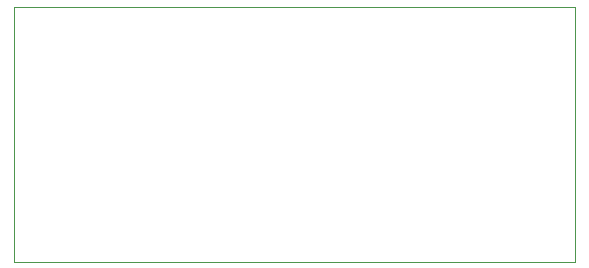
<source format=gm1>
G04*
G04 #@! TF.GenerationSoftware,Altium Limited,Altium Designer,21.3.1 (25)*
G04*
G04 Layer_Color=16711935*
%FSLAX25Y25*%
%MOIN*%
G70*
G04*
G04 #@! TF.SameCoordinates,418F5990-4BBF-4DAF-8A5A-E609F629B44B*
G04*
G04*
G04 #@! TF.FilePolarity,Positive*
G04*
G01*
G75*
%ADD27C,0.00000*%
D27*
X240000Y113000D02*
Y198000D01*
X427000D01*
Y113000D02*
Y198000D01*
X240000Y113000D02*
X427000D01*
M02*

</source>
